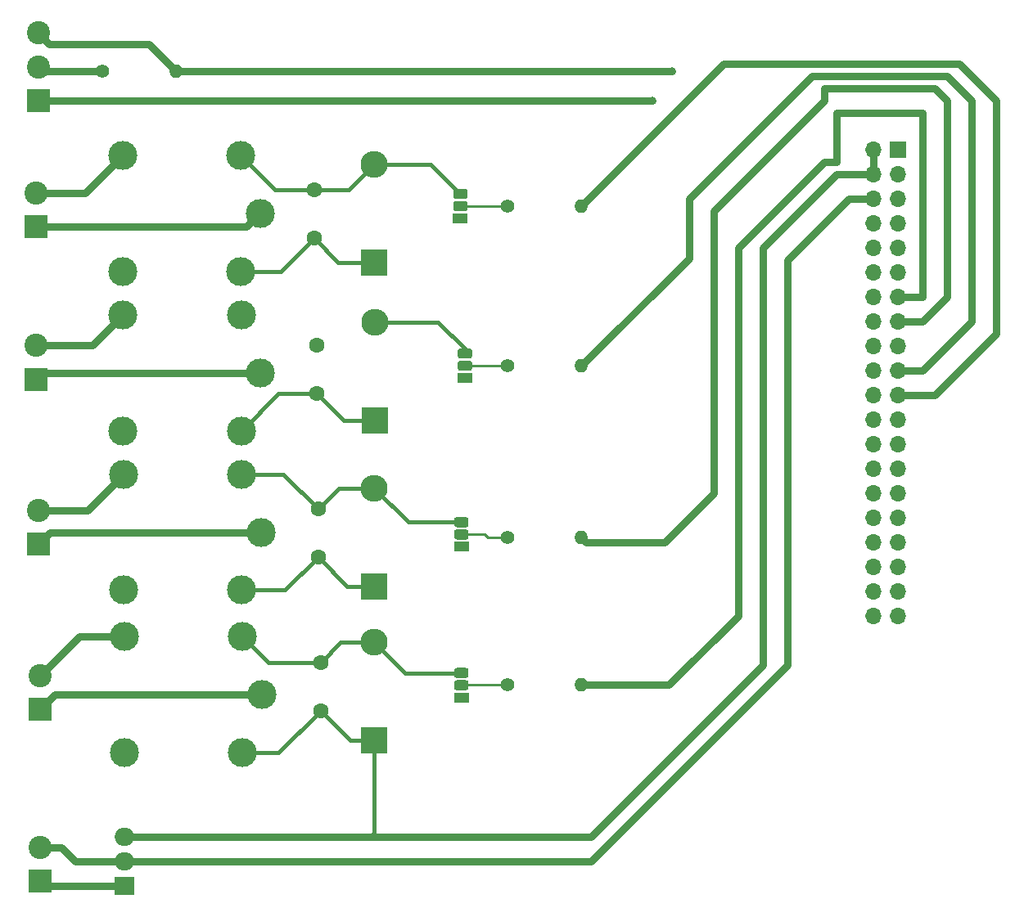
<source format=gbr>
G04 #@! TF.GenerationSoftware,KiCad,Pcbnew,(5.1.6)-1*
G04 #@! TF.CreationDate,2020-05-29T17:12:39+02:00*
G04 #@! TF.ProjectId,BOTLAND-1-INTELIGENTNY-DOM,424f544c-414e-4442-9d31-2d494e54454c,rev?*
G04 #@! TF.SameCoordinates,Original*
G04 #@! TF.FileFunction,Copper,L2,Bot*
G04 #@! TF.FilePolarity,Positive*
%FSLAX46Y46*%
G04 Gerber Fmt 4.6, Leading zero omitted, Abs format (unit mm)*
G04 Created by KiCad (PCBNEW (5.1.6)-1) date 2020-05-29 17:12:39*
%MOMM*%
%LPD*%
G01*
G04 APERTURE LIST*
G04 #@! TA.AperFunction,ComponentPad*
%ADD10C,1.400000*%
G04 #@! TD*
G04 #@! TA.AperFunction,ComponentPad*
%ADD11O,1.400000X1.400000*%
G04 #@! TD*
G04 #@! TA.AperFunction,ComponentPad*
%ADD12C,2.400000*%
G04 #@! TD*
G04 #@! TA.AperFunction,ComponentPad*
%ADD13R,2.400000X2.400000*%
G04 #@! TD*
G04 #@! TA.AperFunction,ComponentPad*
%ADD14O,2.000000X1.905000*%
G04 #@! TD*
G04 #@! TA.AperFunction,ComponentPad*
%ADD15R,2.000000X1.905000*%
G04 #@! TD*
G04 #@! TA.AperFunction,ComponentPad*
%ADD16O,1.700000X1.700000*%
G04 #@! TD*
G04 #@! TA.AperFunction,ComponentPad*
%ADD17R,1.700000X1.700000*%
G04 #@! TD*
G04 #@! TA.AperFunction,ComponentPad*
%ADD18R,1.500000X1.050000*%
G04 #@! TD*
G04 #@! TA.AperFunction,ComponentPad*
%ADD19R,2.800000X2.800000*%
G04 #@! TD*
G04 #@! TA.AperFunction,ComponentPad*
%ADD20O,2.800000X2.800000*%
G04 #@! TD*
G04 #@! TA.AperFunction,ComponentPad*
%ADD21C,1.600000*%
G04 #@! TD*
G04 #@! TA.AperFunction,ComponentPad*
%ADD22C,3.000000*%
G04 #@! TD*
G04 #@! TA.AperFunction,ViaPad*
%ADD23C,0.800000*%
G04 #@! TD*
G04 #@! TA.AperFunction,Conductor*
%ADD24C,0.400000*%
G04 #@! TD*
G04 #@! TA.AperFunction,Conductor*
%ADD25C,0.750000*%
G04 #@! TD*
G04 #@! TA.AperFunction,Conductor*
%ADD26C,0.250000*%
G04 #@! TD*
G04 APERTURE END LIST*
D10*
X34584640Y-66822320D03*
D11*
X42204640Y-66822320D03*
D12*
X27940000Y-62850000D03*
X27940000Y-66350000D03*
D13*
X27940000Y-69850000D03*
D12*
X28102560Y-147157560D03*
D13*
X28102560Y-150657560D03*
D14*
X36830000Y-146050000D03*
X36830000Y-148590000D03*
D15*
X36830000Y-151130000D03*
D16*
X114300000Y-123190000D03*
X116840000Y-123190000D03*
X114300000Y-120650000D03*
X116840000Y-120650000D03*
X114300000Y-118110000D03*
X116840000Y-118110000D03*
X114300000Y-115570000D03*
X116840000Y-115570000D03*
X114300000Y-113030000D03*
X116840000Y-113030000D03*
X114300000Y-110490000D03*
X116840000Y-110490000D03*
X114300000Y-107950000D03*
X116840000Y-107950000D03*
X114300000Y-105410000D03*
X116840000Y-105410000D03*
X114300000Y-102870000D03*
X116840000Y-102870000D03*
X114300000Y-100330000D03*
X116840000Y-100330000D03*
X114300000Y-97790000D03*
X116840000Y-97790000D03*
X114300000Y-95250000D03*
X116840000Y-95250000D03*
X114300000Y-92710000D03*
X116840000Y-92710000D03*
X114300000Y-90170000D03*
X116840000Y-90170000D03*
X114300000Y-87630000D03*
X116840000Y-87630000D03*
X114300000Y-85090000D03*
X116840000Y-85090000D03*
X114300000Y-82550000D03*
X116840000Y-82550000D03*
X114300000Y-80010000D03*
X116840000Y-80010000D03*
X114300000Y-77470000D03*
X116840000Y-77470000D03*
X114300000Y-74930000D03*
D17*
X116840000Y-74930000D03*
D10*
X76494640Y-130322320D03*
D11*
X84114640Y-130322320D03*
D10*
X76494640Y-115082320D03*
D11*
X84114640Y-115082320D03*
D10*
X76494640Y-97302320D03*
D11*
X84114640Y-97302320D03*
X84114640Y-80792320D03*
D10*
X76494640Y-80792320D03*
G04 #@! TA.AperFunction,ComponentPad*
G36*
G01*
X72196780Y-130882880D02*
X71221780Y-130882880D01*
G75*
G02*
X70959280Y-130620380I0J262500D01*
G01*
X70959280Y-130095380D01*
G75*
G02*
X71221780Y-129832880I262500J0D01*
G01*
X72196780Y-129832880D01*
G75*
G02*
X72459280Y-130095380I0J-262500D01*
G01*
X72459280Y-130620380D01*
G75*
G02*
X72196780Y-130882880I-262500J0D01*
G01*
G37*
G04 #@! TD.AperFunction*
G04 #@! TA.AperFunction,ComponentPad*
G36*
G01*
X72196780Y-129612880D02*
X71221780Y-129612880D01*
G75*
G02*
X70959280Y-129350380I0J262500D01*
G01*
X70959280Y-128825380D01*
G75*
G02*
X71221780Y-128562880I262500J0D01*
G01*
X72196780Y-128562880D01*
G75*
G02*
X72459280Y-128825380I0J-262500D01*
G01*
X72459280Y-129350380D01*
G75*
G02*
X72196780Y-129612880I-262500J0D01*
G01*
G37*
G04 #@! TD.AperFunction*
D18*
X71709280Y-131627880D03*
G04 #@! TA.AperFunction,ComponentPad*
G36*
G01*
X72196780Y-115277120D02*
X71221780Y-115277120D01*
G75*
G02*
X70959280Y-115014620I0J262500D01*
G01*
X70959280Y-114489620D01*
G75*
G02*
X71221780Y-114227120I262500J0D01*
G01*
X72196780Y-114227120D01*
G75*
G02*
X72459280Y-114489620I0J-262500D01*
G01*
X72459280Y-115014620D01*
G75*
G02*
X72196780Y-115277120I-262500J0D01*
G01*
G37*
G04 #@! TD.AperFunction*
G04 #@! TA.AperFunction,ComponentPad*
G36*
G01*
X72196780Y-114007120D02*
X71221780Y-114007120D01*
G75*
G02*
X70959280Y-113744620I0J262500D01*
G01*
X70959280Y-113219620D01*
G75*
G02*
X71221780Y-112957120I262500J0D01*
G01*
X72196780Y-112957120D01*
G75*
G02*
X72459280Y-113219620I0J-262500D01*
G01*
X72459280Y-113744620D01*
G75*
G02*
X72196780Y-114007120I-262500J0D01*
G01*
G37*
G04 #@! TD.AperFunction*
X71709280Y-116022120D03*
G04 #@! TA.AperFunction,ComponentPad*
G36*
G01*
X72562540Y-97827320D02*
X71587540Y-97827320D01*
G75*
G02*
X71325040Y-97564820I0J262500D01*
G01*
X71325040Y-97039820D01*
G75*
G02*
X71587540Y-96777320I262500J0D01*
G01*
X72562540Y-96777320D01*
G75*
G02*
X72825040Y-97039820I0J-262500D01*
G01*
X72825040Y-97564820D01*
G75*
G02*
X72562540Y-97827320I-262500J0D01*
G01*
G37*
G04 #@! TD.AperFunction*
G04 #@! TA.AperFunction,ComponentPad*
G36*
G01*
X72562540Y-96557320D02*
X71587540Y-96557320D01*
G75*
G02*
X71325040Y-96294820I0J262500D01*
G01*
X71325040Y-95769820D01*
G75*
G02*
X71587540Y-95507320I262500J0D01*
G01*
X72562540Y-95507320D01*
G75*
G02*
X72825040Y-95769820I0J-262500D01*
G01*
X72825040Y-96294820D01*
G75*
G02*
X72562540Y-96557320I-262500J0D01*
G01*
G37*
G04 #@! TD.AperFunction*
X72075040Y-98572320D03*
X71602600Y-82036920D03*
G04 #@! TA.AperFunction,ComponentPad*
G36*
G01*
X72090100Y-80021920D02*
X71115100Y-80021920D01*
G75*
G02*
X70852600Y-79759420I0J262500D01*
G01*
X70852600Y-79234420D01*
G75*
G02*
X71115100Y-78971920I262500J0D01*
G01*
X72090100Y-78971920D01*
G75*
G02*
X72352600Y-79234420I0J-262500D01*
G01*
X72352600Y-79759420D01*
G75*
G02*
X72090100Y-80021920I-262500J0D01*
G01*
G37*
G04 #@! TD.AperFunction*
G04 #@! TA.AperFunction,ComponentPad*
G36*
G01*
X72090100Y-81291920D02*
X71115100Y-81291920D01*
G75*
G02*
X70852600Y-81029420I0J262500D01*
G01*
X70852600Y-80504420D01*
G75*
G02*
X71115100Y-80241920I262500J0D01*
G01*
X72090100Y-80241920D01*
G75*
G02*
X72352600Y-80504420I0J-262500D01*
G01*
X72352600Y-81029420D01*
G75*
G02*
X72090100Y-81291920I-262500J0D01*
G01*
G37*
G04 #@! TD.AperFunction*
D13*
X28102560Y-132877560D03*
D12*
X28102560Y-129377560D03*
D13*
X27929840Y-115768120D03*
D12*
X27929840Y-112268120D03*
D13*
X27711400Y-98699320D03*
D12*
X27711400Y-95199320D03*
X27752040Y-79405600D03*
D13*
X27752040Y-82905600D03*
D19*
X62677040Y-136067800D03*
D20*
X62677040Y-125907800D03*
D19*
X62712600Y-120147080D03*
D20*
X62712600Y-109987080D03*
D19*
X62783720Y-102910640D03*
D20*
X62783720Y-92750640D03*
X62722760Y-76413360D03*
D19*
X62722760Y-86573360D03*
D21*
X57139840Y-132974080D03*
X57139840Y-127974080D03*
X56890920Y-117109240D03*
X56890920Y-112109240D03*
X56733440Y-100136960D03*
X56733440Y-95136960D03*
X56464200Y-79079080D03*
X56464200Y-84079080D03*
D22*
X49059080Y-125307840D03*
X36859080Y-125307840D03*
X36859080Y-137307840D03*
X49059080Y-137307840D03*
X51059080Y-131307840D03*
X48972720Y-108518440D03*
X36772720Y-108518440D03*
X36772720Y-120518440D03*
X48972720Y-120518440D03*
X50972720Y-114518440D03*
X48927000Y-92018600D03*
X36727000Y-92018600D03*
X36727000Y-104018600D03*
X48927000Y-104018600D03*
X50927000Y-98018600D03*
X50881280Y-81518760D03*
X48881280Y-87518760D03*
X36681280Y-87518760D03*
X36681280Y-75518760D03*
X48881280Y-75518760D03*
D23*
X93492320Y-66822320D03*
X91440000Y-69850000D03*
D24*
X60233560Y-136067800D02*
X57139840Y-132974080D01*
X62677040Y-136067800D02*
X60233560Y-136067800D01*
X52806080Y-137307840D02*
X49059080Y-137307840D01*
X57139840Y-132974080D02*
X52806080Y-137307840D01*
X59206120Y-125907800D02*
X57139840Y-127974080D01*
X62677040Y-125907800D02*
X59206120Y-125907800D01*
X51725320Y-127974080D02*
X49059080Y-125307840D01*
X57139840Y-127974080D02*
X51725320Y-127974080D01*
X59928760Y-120147080D02*
X56890920Y-117109240D01*
X62712600Y-120147080D02*
X59928760Y-120147080D01*
X53481720Y-120518440D02*
X48972720Y-120518440D01*
X56890920Y-117109240D02*
X53481720Y-120518440D01*
X59013080Y-109987080D02*
X56890920Y-112109240D01*
X62712600Y-109987080D02*
X59013080Y-109987080D01*
X53300120Y-108518440D02*
X48972720Y-108518440D01*
X56890920Y-112109240D02*
X53300120Y-108518440D01*
X59507120Y-102910640D02*
X56733440Y-100136960D01*
X62783720Y-102910640D02*
X59507120Y-102910640D01*
X52808640Y-100136960D02*
X48927000Y-104018600D01*
X56733440Y-100136960D02*
X52808640Y-100136960D01*
X58958480Y-86573360D02*
X56464200Y-84079080D01*
X62722760Y-86573360D02*
X58958480Y-86573360D01*
X53024520Y-87518760D02*
X48881280Y-87518760D01*
X56464200Y-84079080D02*
X53024520Y-87518760D01*
X60057040Y-79079080D02*
X56464200Y-79079080D01*
X62722760Y-76413360D02*
X60057040Y-79079080D01*
X52441600Y-79079080D02*
X56464200Y-79079080D01*
X48881280Y-75518760D02*
X52441600Y-79079080D01*
X65857120Y-129087880D02*
X62677040Y-125907800D01*
X71709280Y-129087880D02*
X65857120Y-129087880D01*
X66207640Y-113482120D02*
X62712600Y-109987080D01*
X71709280Y-113482120D02*
X66207640Y-113482120D01*
X69318360Y-92750640D02*
X64763618Y-92750640D01*
X64763618Y-92750640D02*
X62783720Y-92750640D01*
X72075040Y-95507320D02*
X69318360Y-92750640D01*
X72075040Y-96032320D02*
X72075040Y-95507320D01*
X68519040Y-76413360D02*
X62722760Y-76413360D01*
X71602600Y-79496920D02*
X68519040Y-76413360D01*
D25*
X32172280Y-125307840D02*
X36859080Y-125307840D01*
X28102560Y-129377560D02*
X32172280Y-125307840D01*
X29672280Y-131307840D02*
X28102560Y-132877560D01*
X51059080Y-131307840D02*
X29672280Y-131307840D01*
X33023040Y-112268120D02*
X27929840Y-112268120D01*
X36772720Y-108518440D02*
X33023040Y-112268120D01*
X29179520Y-114518440D02*
X27929840Y-115768120D01*
X50972720Y-114518440D02*
X29179520Y-114518440D01*
X33546280Y-95199320D02*
X27711400Y-95199320D01*
X36727000Y-92018600D02*
X33546280Y-95199320D01*
X28392120Y-98018600D02*
X27711400Y-98699320D01*
X50927000Y-98018600D02*
X28392120Y-98018600D01*
X49494440Y-82905600D02*
X50881280Y-81518760D01*
X27752040Y-82905600D02*
X49494440Y-82905600D01*
X32794440Y-79405600D02*
X27752040Y-79405600D01*
X36681280Y-75518760D02*
X32794440Y-79405600D01*
D26*
X71744840Y-130322320D02*
X71709280Y-130357880D01*
X76494640Y-130322320D02*
X71744840Y-130322320D01*
X76494640Y-115082320D02*
X74442320Y-115082320D01*
X74112120Y-114752120D02*
X71709280Y-114752120D01*
X74442320Y-115082320D02*
X74112120Y-114752120D01*
X76494640Y-97302320D02*
X72075040Y-97302320D01*
X71628000Y-80792320D02*
X71602600Y-80766920D01*
X76494640Y-80792320D02*
X71628000Y-80792320D01*
D25*
X28575000Y-151130000D02*
X28102560Y-150657560D01*
X36830000Y-151130000D02*
X28575000Y-151130000D01*
X36830000Y-148590000D02*
X31750000Y-148590000D01*
X30317560Y-147157560D02*
X28102560Y-147157560D01*
X31750000Y-148590000D02*
X30317560Y-147157560D01*
X114300000Y-74930000D02*
X114300000Y-77470000D01*
X114300000Y-77470000D02*
X110490000Y-77470000D01*
X110490000Y-77470000D02*
X102870000Y-85090000D01*
X102870000Y-85090000D02*
X102870000Y-128270000D01*
X102870000Y-128270000D02*
X85090000Y-146050000D01*
X36830000Y-148590000D02*
X85090000Y-148590000D01*
X85090000Y-148590000D02*
X105410000Y-128270000D01*
X105410000Y-128270000D02*
X105410000Y-86360000D01*
X111760000Y-80010000D02*
X114300000Y-80010000D01*
X105410000Y-86360000D02*
X111760000Y-80010000D01*
X116840000Y-90170000D02*
X119380000Y-90170000D01*
X119380000Y-90170000D02*
X119380000Y-71120000D01*
X119380000Y-71120000D02*
X110490000Y-71120000D01*
X110490000Y-71120000D02*
X110490000Y-76200000D01*
X110490000Y-76200000D02*
X109220000Y-76200000D01*
X109220000Y-76200000D02*
X100330000Y-85090000D01*
X100330000Y-85090000D02*
X100330000Y-123190000D01*
X93197680Y-130322320D02*
X84114640Y-130322320D01*
X100330000Y-123190000D02*
X93197680Y-130322320D01*
X116840000Y-92710000D02*
X119380000Y-92710000D01*
X119380000Y-92710000D02*
X121920000Y-90170000D01*
X121920000Y-90170000D02*
X121920000Y-69850000D01*
X121920000Y-69850000D02*
X120650000Y-68580000D01*
X120650000Y-68580000D02*
X109220000Y-68580000D01*
X109220000Y-68580000D02*
X109220000Y-69850000D01*
X109220000Y-69850000D02*
X97790000Y-81280000D01*
X97790000Y-81280000D02*
X97790000Y-110490000D01*
X97790000Y-110490000D02*
X92710000Y-115570000D01*
X84602320Y-115570000D02*
X84114640Y-115082320D01*
X92710000Y-115570000D02*
X84602320Y-115570000D01*
X116840000Y-97790000D02*
X119380000Y-97790000D01*
X119380000Y-97790000D02*
X124460000Y-92710000D01*
X124460000Y-92710000D02*
X124460000Y-69850000D01*
X124460000Y-69850000D02*
X121920000Y-67310000D01*
X121920000Y-67310000D02*
X107950000Y-67310000D01*
X107950000Y-67310000D02*
X95250000Y-80010000D01*
X95250000Y-86166960D02*
X84114640Y-97302320D01*
X95250000Y-80010000D02*
X95250000Y-86166960D01*
X98866960Y-66040000D02*
X84114640Y-80792320D01*
X120650000Y-100330000D02*
X127000000Y-93980000D01*
X116840000Y-100330000D02*
X120650000Y-100330000D01*
X127000000Y-93980000D02*
X127000000Y-69850000D01*
X127000000Y-69850000D02*
X123190000Y-66040000D01*
X123190000Y-66040000D02*
X98866960Y-66040000D01*
X28412320Y-66822320D02*
X27940000Y-66350000D01*
X34584640Y-66822320D02*
X28412320Y-66822320D01*
X42204640Y-66822320D02*
X39370000Y-63987680D01*
X29077680Y-63987680D02*
X27940000Y-62850000D01*
X39370000Y-63987680D02*
X29077680Y-63987680D01*
X42204640Y-66822320D02*
X93492320Y-66822320D01*
X93492320Y-66822320D02*
X93492320Y-66822320D01*
X27940000Y-69850000D02*
X91440000Y-69850000D01*
X91440000Y-69850000D02*
X91440000Y-69850000D01*
D24*
X62677040Y-145602960D02*
X62230000Y-146050000D01*
X62677040Y-136067800D02*
X62677040Y-145602960D01*
D25*
X85090000Y-146050000D02*
X62230000Y-146050000D01*
X62230000Y-146050000D02*
X36830000Y-146050000D01*
M02*

</source>
